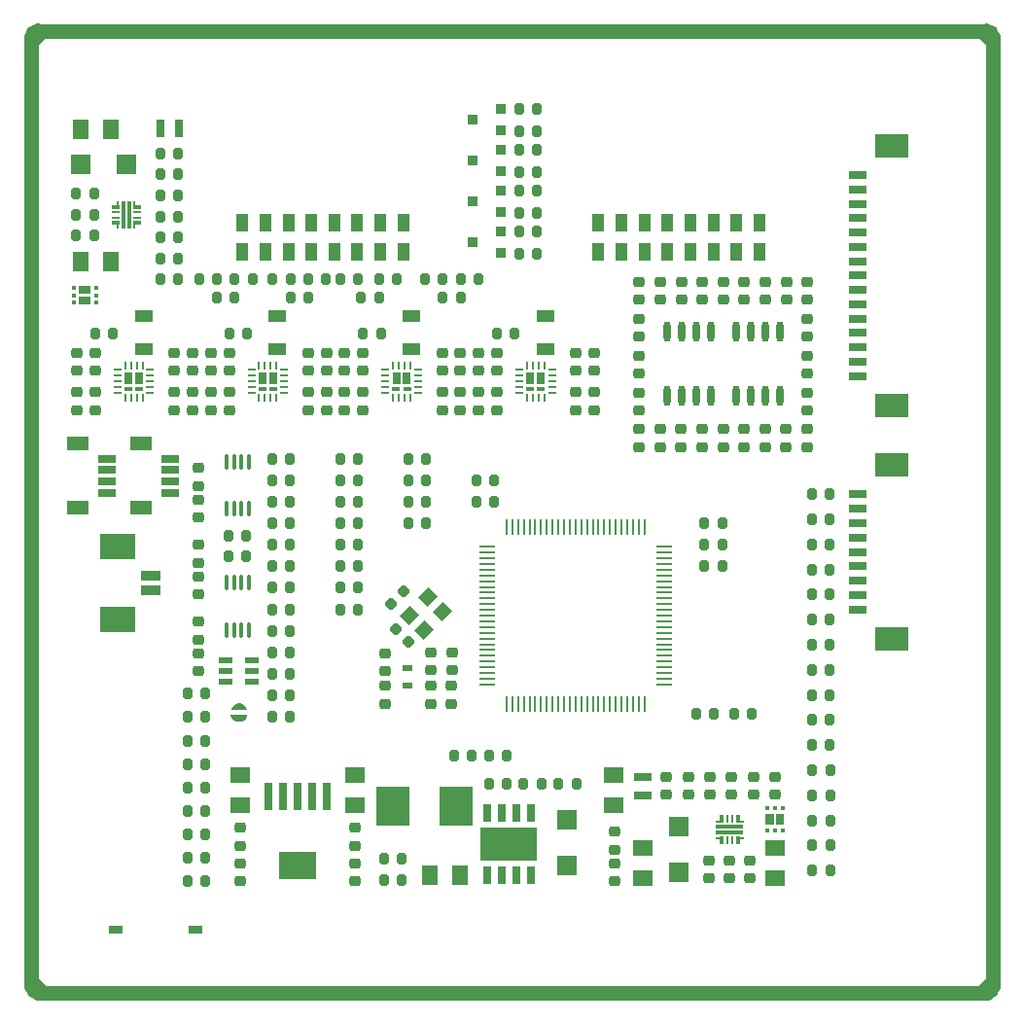
<source format=gtp>
G04*
G04 #@! TF.GenerationSoftware,Altium Limited,Altium Designer,24.1.2 (44)*
G04*
G04 Layer_Color=8421504*
%FSLAX44Y44*%
%MOMM*%
G71*
G04*
G04 #@! TF.SameCoordinates,C5CA14DC-6150-4B6A-9D33-17274D5F1B35*
G04*
G04*
G04 #@! TF.FilePolarity,Positive*
G04*
G01*
G75*
%ADD23C,1.2300*%
G04:AMPARAMS|DCode=24|XSize=1.55mm|YSize=0.6mm|CornerRadius=0.03mm|HoleSize=0mm|Usage=FLASHONLY|Rotation=270.000|XOffset=0mm|YOffset=0mm|HoleType=Round|Shape=RoundedRectangle|*
%AMROUNDEDRECTD24*
21,1,1.5500,0.5400,0,0,270.0*
21,1,1.4900,0.6000,0,0,270.0*
1,1,0.0600,-0.2700,-0.7450*
1,1,0.0600,-0.2700,0.7450*
1,1,0.0600,0.2700,0.7450*
1,1,0.0600,0.2700,-0.7450*
%
%ADD24ROUNDEDRECTD24*%
%ADD25R,4.9000X2.9500*%
%ADD26R,3.0000X2.1000*%
%ADD27R,1.6000X0.8000*%
%ADD28R,0.9500X0.9000*%
G04:AMPARAMS|DCode=29|XSize=1.1mm|YSize=1.3mm|CornerRadius=0mm|HoleSize=0mm|Usage=FLASHONLY|Rotation=135.000|XOffset=0mm|YOffset=0mm|HoleType=Round|Shape=Rectangle|*
%AMROTATEDRECTD29*
4,1,4,0.8485,0.0707,-0.0707,-0.8485,-0.8485,-0.0707,0.0707,0.8485,0.8485,0.0707,0.0*
%
%ADD29ROTATEDRECTD29*%

%ADD30R,1.5000X1.0000*%
%ADD31R,1.8000X1.4000*%
%ADD32R,1.4000X1.8000*%
G04:AMPARAMS|DCode=33|XSize=0.95mm|YSize=0.85mm|CornerRadius=0.2125mm|HoleSize=0mm|Usage=FLASHONLY|Rotation=180.000|XOffset=0mm|YOffset=0mm|HoleType=Round|Shape=RoundedRectangle|*
%AMROUNDEDRECTD33*
21,1,0.9500,0.4250,0,0,180.0*
21,1,0.5250,0.8500,0,0,180.0*
1,1,0.4250,-0.2625,0.2125*
1,1,0.4250,0.2625,0.2125*
1,1,0.4250,0.2625,-0.2125*
1,1,0.4250,-0.2625,-0.2125*
%
%ADD33ROUNDEDRECTD33*%
G04:AMPARAMS|DCode=34|XSize=0.95mm|YSize=0.85mm|CornerRadius=0.2125mm|HoleSize=0mm|Usage=FLASHONLY|Rotation=90.000|XOffset=0mm|YOffset=0mm|HoleType=Round|Shape=RoundedRectangle|*
%AMROUNDEDRECTD34*
21,1,0.9500,0.4250,0,0,90.0*
21,1,0.5250,0.8500,0,0,90.0*
1,1,0.4250,0.2125,0.2625*
1,1,0.4250,0.2125,-0.2625*
1,1,0.4250,-0.2125,-0.2625*
1,1,0.4250,-0.2125,0.2625*
%
%ADD34ROUNDEDRECTD34*%
G04:AMPARAMS|DCode=35|XSize=0.95mm|YSize=0.85mm|CornerRadius=0.2125mm|HoleSize=0mm|Usage=FLASHONLY|Rotation=315.000|XOffset=0mm|YOffset=0mm|HoleType=Round|Shape=RoundedRectangle|*
%AMROUNDEDRECTD35*
21,1,0.9500,0.4250,0,0,315.0*
21,1,0.5250,0.8500,0,0,315.0*
1,1,0.4250,0.0354,-0.3359*
1,1,0.4250,-0.3359,0.0354*
1,1,0.4250,-0.0354,0.3359*
1,1,0.4250,0.3359,-0.0354*
%
%ADD35ROUNDEDRECTD35*%
G04:AMPARAMS|DCode=36|XSize=0.95mm|YSize=0.85mm|CornerRadius=0.2125mm|HoleSize=0mm|Usage=FLASHONLY|Rotation=45.000|XOffset=0mm|YOffset=0mm|HoleType=Round|Shape=RoundedRectangle|*
%AMROUNDEDRECTD36*
21,1,0.9500,0.4250,0,0,45.0*
21,1,0.5250,0.8500,0,0,45.0*
1,1,0.4250,0.3359,0.0354*
1,1,0.4250,-0.0354,-0.3359*
1,1,0.4250,-0.3359,-0.0354*
1,1,0.4250,0.0354,0.3359*
%
%ADD36ROUNDEDRECTD36*%
%ADD37R,1.9050X1.2954*%
%ADD38R,1.5494X0.6604*%
%ADD39R,1.8000X1.8000*%
%ADD40R,1.8000X1.8000*%
%ADD41R,1.2000X0.6000*%
%ADD42R,1.0000X1.5000*%
%ADD43R,1.4732X0.2794*%
%ADD44R,0.2794X1.4732*%
%ADD45R,0.2500X0.6500*%
%ADD46R,0.3000X0.6500*%
%ADD47R,0.6500X0.2500*%
%ADD48R,2.4000X0.3000*%
%ADD49R,0.6500X0.3000*%
%ADD50R,0.3000X2.4000*%
%ADD51R,0.9000X0.6000*%
%ADD52R,1.7018X0.8128*%
%ADD53R,3.0988X2.2098*%
%ADD54R,0.3000X0.4500*%
%ADD55R,0.4500X0.3000*%
%ADD56R,2.9500X3.5000*%
%ADD57R,1.5000X0.7000*%
%ADD58R,1.5000X0.8000*%
%ADD59R,0.7000X1.5000*%
%ADD60R,0.8000X1.5000*%
%ADD61O,0.3500X1.4000*%
%ADD62R,0.6500X0.3000*%
%ADD63R,0.7000X1.0000*%
%ADD64R,0.6500X0.2286*%
%ADD65O,0.6000X1.8000*%
%ADD66R,1.2000X0.8000*%
G04:AMPARAMS|DCode=67|XSize=0.7mm|YSize=2.4mm|CornerRadius=0.049mm|HoleSize=0mm|Usage=FLASHONLY|Rotation=0.000|XOffset=0mm|YOffset=0mm|HoleType=Round|Shape=RoundedRectangle|*
%AMROUNDEDRECTD67*
21,1,0.7000,2.3020,0,0,0.0*
21,1,0.6020,2.4000,0,0,0.0*
1,1,0.0980,0.3010,-1.1510*
1,1,0.0980,-0.3010,-1.1510*
1,1,0.0980,-0.3010,1.1510*
1,1,0.0980,0.3010,1.1510*
%
%ADD67ROUNDEDRECTD67*%
G04:AMPARAMS|DCode=68|XSize=3.2mm|YSize=2.4mm|CornerRadius=0.048mm|HoleSize=0mm|Usage=FLASHONLY|Rotation=0.000|XOffset=0mm|YOffset=0mm|HoleType=Round|Shape=RoundedRectangle|*
%AMROUNDEDRECTD68*
21,1,3.2000,2.3040,0,0,0.0*
21,1,3.1040,2.4000,0,0,0.0*
1,1,0.0960,1.5520,-1.1520*
1,1,0.0960,-1.5520,-1.1520*
1,1,0.0960,-1.5520,1.1520*
1,1,0.0960,1.5520,1.1520*
%
%ADD68ROUNDEDRECTD68*%
G36*
X837997Y837997D02*
X837984Y830638D01*
X837837D01*
X830440Y838035D01*
X837959D01*
X837997Y837997D01*
D02*
G37*
G36*
X19362Y837984D02*
Y837837D01*
X11965Y830440D01*
Y837959D01*
X12003Y837997D01*
X19362Y837984D01*
D02*
G37*
G36*
X57484Y621488D02*
X57576Y621460D01*
X57661Y621415D01*
X57735Y621354D01*
X57796Y621279D01*
X57841Y621195D01*
X57869Y621103D01*
X57878Y621007D01*
Y614987D01*
X57869Y614892D01*
X57841Y614800D01*
X57796Y614715D01*
X57735Y614641D01*
X57661Y614580D01*
X57576Y614534D01*
X57484Y614507D01*
X57388Y614497D01*
X48368D01*
X48273Y614507D01*
X48181Y614534D01*
X48096Y614580D01*
X48022Y614641D01*
X47961Y614715D01*
X47916Y614800D01*
X47888Y614892D01*
X47878Y614987D01*
Y621007D01*
X47888Y621103D01*
X47916Y621195D01*
X47961Y621279D01*
X48022Y621354D01*
X48096Y621415D01*
X48181Y621460D01*
X48273Y621488D01*
X48368Y621497D01*
X57388D01*
X57484Y621488D01*
D02*
G37*
G36*
Y612488D02*
X57576Y612460D01*
X57661Y612415D01*
X57735Y612354D01*
X57796Y612279D01*
X57841Y612195D01*
X57869Y612103D01*
X57878Y612007D01*
Y605987D01*
X57869Y605892D01*
X57841Y605800D01*
X57796Y605715D01*
X57735Y605641D01*
X57661Y605580D01*
X57576Y605535D01*
X57484Y605507D01*
X57388Y605497D01*
X48368D01*
X48273Y605507D01*
X48181Y605535D01*
X48096Y605580D01*
X48022Y605641D01*
X47961Y605715D01*
X47916Y605800D01*
X47888Y605892D01*
X47878Y605987D01*
Y612007D01*
X47888Y612103D01*
X47916Y612195D01*
X47961Y612279D01*
X48022Y612354D01*
X48096Y612415D01*
X48181Y612460D01*
X48273Y612488D01*
X48368Y612497D01*
X57388D01*
X57484Y612488D01*
D02*
G37*
G36*
X188533Y257941D02*
X189523Y257663D01*
X190466Y257252D01*
X191344Y256716D01*
X192141Y256066D01*
X192841Y255312D01*
X193433Y254471D01*
X193903Y253556D01*
X194245Y252586D01*
X194348Y252082D01*
X179651Y252082D01*
Y252082D01*
X179754Y252586D01*
X180095Y253556D01*
X180566Y254471D01*
X181157Y255312D01*
X181857Y256066D01*
X182654Y256716D01*
X183532Y257252D01*
X184475Y257663D01*
X185466Y257941D01*
X186485Y258082D01*
X187514D01*
X188533Y257941D01*
D02*
G37*
G36*
X194351Y247922D02*
X194248Y247418D01*
X193907Y246447D01*
X193436Y245533D01*
X192845Y244691D01*
X192144Y243937D01*
X191347Y243287D01*
X190469Y242751D01*
X189526Y242340D01*
X188536Y242062D01*
X187517Y241922D01*
X186488D01*
X185469Y242062D01*
X184479Y242340D01*
X183536Y242751D01*
X182657Y243287D01*
X181861Y243937D01*
X181160Y244691D01*
X180569Y245533D01*
X180098Y246447D01*
X179757Y247418D01*
X179654Y247922D01*
X194351Y247922D01*
Y247922D01*
D02*
G37*
G36*
X661242Y162227D02*
X661333Y162199D01*
X661418Y162154D01*
X661492Y162093D01*
X661553Y162019D01*
X661599Y161934D01*
X661627Y161842D01*
X661636Y161747D01*
Y152727D01*
X661627Y152631D01*
X661599Y152539D01*
X661553Y152455D01*
X661492Y152380D01*
X661418Y152319D01*
X661333Y152274D01*
X661242Y152246D01*
X661146Y152237D01*
X655126D01*
X655030Y152246D01*
X654938Y152274D01*
X654854Y152319D01*
X654779Y152380D01*
X654718Y152455D01*
X654673Y152539D01*
X654645Y152631D01*
X654636Y152727D01*
Y161747D01*
X654645Y161842D01*
X654673Y161934D01*
X654718Y162019D01*
X654779Y162093D01*
X654854Y162154D01*
X654938Y162199D01*
X655030Y162227D01*
X655126Y162237D01*
X661146D01*
X661242Y162227D01*
D02*
G37*
G36*
X652242D02*
X652333Y162199D01*
X652418Y162154D01*
X652492Y162093D01*
X652553Y162019D01*
X652599Y161934D01*
X652626Y161842D01*
X652636Y161747D01*
Y152727D01*
X652626Y152631D01*
X652599Y152539D01*
X652553Y152455D01*
X652492Y152380D01*
X652418Y152319D01*
X652333Y152274D01*
X652242Y152246D01*
X652146Y152237D01*
X646126D01*
X646030Y152246D01*
X645938Y152274D01*
X645854Y152319D01*
X645779Y152380D01*
X645719Y152455D01*
X645673Y152539D01*
X645645Y152631D01*
X645636Y152727D01*
Y161747D01*
X645645Y161842D01*
X645673Y161934D01*
X645719Y162019D01*
X645779Y162093D01*
X645854Y162154D01*
X645938Y162199D01*
X646030Y162227D01*
X646126Y162237D01*
X652146D01*
X652242Y162227D01*
D02*
G37*
G36*
X437625Y122578D02*
X406625D01*
Y148578D01*
X437625D01*
Y122578D01*
D02*
G37*
G36*
X838035Y12041D02*
X837997Y12003D01*
X830638Y12016D01*
Y12163D01*
X838035Y19560D01*
Y12041D01*
D02*
G37*
G36*
X19560Y11965D02*
X12041D01*
X12003Y12003D01*
X12016Y19362D01*
X12163D01*
X19560Y11965D01*
D02*
G37*
D23*
X843653Y837997D02*
G03*
X838020Y843646I-5650J0D01*
G01*
X838003Y6347D02*
G03*
X843653Y11984I0J5650D01*
G01*
X6353Y11997D02*
G03*
X11991Y6347I5650J0D01*
G01*
X12003Y843647D02*
G03*
X6353Y838009I0J-5650D01*
G01*
X843653Y706779D02*
Y837971D01*
X843653Y696779D02*
X843653Y706779D01*
X843653Y426780D02*
Y696779D01*
X843653Y416780D02*
X843653Y426780D01*
X843653Y156780D02*
Y416780D01*
X843653Y146780D02*
X843653Y156780D01*
X843653Y11997D02*
Y146780D01*
X700857Y6347D02*
X833882D01*
X690857Y6347D02*
X700857Y6347D01*
X430857Y6347D02*
X690857D01*
X706321Y843646D02*
X838003D01*
X696321Y843646D02*
X706321Y843646D01*
X426322Y843646D02*
X696321D01*
X416322Y843647D02*
X426322Y843646D01*
X156323Y843647D02*
X416322D01*
X146323Y843647D02*
X156323Y843647D01*
X12021Y843647D02*
X146323D01*
X420857Y6347D02*
X430857Y6347D01*
X140858Y6347D02*
X150858Y6347D01*
X420857D01*
X12003Y6347D02*
X140858D01*
X6353Y705502D02*
Y837997D01*
X6353Y695502D02*
X6353Y705502D01*
X6353Y425503D02*
Y695502D01*
X6353Y415503D02*
X6353Y425503D01*
X6353Y155503D02*
Y415503D01*
X6353Y145503D02*
X6353Y155503D01*
X6353Y12022D02*
Y145503D01*
X833882Y6347D02*
X837978D01*
D24*
X441175Y162578D02*
D03*
X428475D02*
D03*
X415775D02*
D03*
X403075D02*
D03*
Y108578D02*
D03*
X415775D02*
D03*
X428475D02*
D03*
X441175D02*
D03*
D25*
X422125Y135578D02*
D03*
D26*
X755000Y517600D02*
D03*
Y743600D02*
D03*
Y465500D02*
D03*
Y314500D02*
D03*
D27*
X726000Y718100D02*
D03*
Y705600D02*
D03*
Y693100D02*
D03*
Y680600D02*
D03*
Y668100D02*
D03*
Y655600D02*
D03*
Y643100D02*
D03*
Y630600D02*
D03*
Y618100D02*
D03*
Y605600D02*
D03*
Y593100D02*
D03*
Y580600D02*
D03*
Y568100D02*
D03*
Y555600D02*
D03*
Y543100D02*
D03*
Y340000D02*
D03*
Y352500D02*
D03*
Y365000D02*
D03*
Y377500D02*
D03*
Y390000D02*
D03*
Y402500D02*
D03*
Y415000D02*
D03*
Y427500D02*
D03*
Y440000D02*
D03*
D28*
X415084Y756818D02*
D03*
X390084Y766318D02*
D03*
X415084Y775818D02*
D03*
Y721258D02*
D03*
X390084Y730758D02*
D03*
X415084Y740258D02*
D03*
Y685698D02*
D03*
X390084Y695198D02*
D03*
X415084Y704698D02*
D03*
Y650138D02*
D03*
X390084Y659638D02*
D03*
X415084Y669138D02*
D03*
D29*
X335031Y334344D02*
D03*
X351294Y350608D02*
D03*
X364022Y337880D02*
D03*
X347758Y321616D02*
D03*
D30*
X104000Y566527D02*
D03*
Y594990D02*
D03*
X220568Y566527D02*
D03*
Y594990D02*
D03*
X337137Y566527D02*
D03*
Y594990D02*
D03*
X453705Y566527D02*
D03*
Y594990D02*
D03*
D31*
X653636Y106258D02*
D03*
Y132258D02*
D03*
X538808Y106258D02*
D03*
Y132258D02*
D03*
X513198Y195360D02*
D03*
Y169360D02*
D03*
X287616Y195595D02*
D03*
Y169596D02*
D03*
X187794Y195595D02*
D03*
Y169596D02*
D03*
D32*
X379060Y108576D02*
D03*
X353060D02*
D03*
X49144Y642448D02*
D03*
X75144D02*
D03*
X49461Y757548D02*
D03*
X75461D02*
D03*
D33*
X634762Y194091D02*
D03*
Y178591D02*
D03*
X653636Y178591D02*
D03*
Y194091D02*
D03*
X578141Y178591D02*
D03*
Y194091D02*
D03*
X559267Y194091D02*
D03*
Y178591D02*
D03*
X615888Y194091D02*
D03*
Y178591D02*
D03*
X613953Y105953D02*
D03*
Y121453D02*
D03*
X535419Y481200D02*
D03*
Y496700D02*
D03*
X553740Y624970D02*
D03*
Y609470D02*
D03*
X571998Y496700D02*
D03*
Y481200D02*
D03*
X608702Y609470D02*
D03*
Y624970D02*
D03*
X590381Y609470D02*
D03*
Y624970D02*
D03*
X553708Y496700D02*
D03*
Y481200D02*
D03*
X663445Y481200D02*
D03*
Y496700D02*
D03*
X681984Y624970D02*
D03*
Y609470D02*
D03*
X626866Y496700D02*
D03*
Y481200D02*
D03*
X645343Y609470D02*
D03*
Y624970D02*
D03*
X627022Y609470D02*
D03*
Y624970D02*
D03*
X645155Y496700D02*
D03*
Y481200D02*
D03*
X597015Y178591D02*
D03*
Y194091D02*
D03*
X596169Y121453D02*
D03*
Y105953D02*
D03*
X631487Y121453D02*
D03*
Y105953D02*
D03*
X514452Y146403D02*
D03*
Y130903D02*
D03*
Y118492D02*
D03*
Y102992D02*
D03*
X287614Y149606D02*
D03*
Y134106D02*
D03*
X187792Y149606D02*
D03*
Y134106D02*
D03*
X287614Y118492D02*
D03*
Y102992D02*
D03*
X187792Y118492D02*
D03*
Y102992D02*
D03*
X45778Y547585D02*
D03*
Y563085D02*
D03*
X146691Y547585D02*
D03*
Y563085D02*
D03*
X61780Y547585D02*
D03*
Y563085D02*
D03*
X130863Y547585D02*
D03*
Y563085D02*
D03*
X162520Y547585D02*
D03*
Y563085D02*
D03*
X263260Y547585D02*
D03*
Y563085D02*
D03*
X178349Y547585D02*
D03*
Y563085D02*
D03*
X247431Y547585D02*
D03*
Y563085D02*
D03*
X61780Y528903D02*
D03*
Y513402D02*
D03*
X178349Y528903D02*
D03*
Y513402D02*
D03*
X45778D02*
D03*
Y528903D02*
D03*
X162520Y513402D02*
D03*
Y528903D02*
D03*
X146691D02*
D03*
Y513402D02*
D03*
X263260Y528903D02*
D03*
Y513402D02*
D03*
X130863Y528903D02*
D03*
Y513402D02*
D03*
X247431Y528903D02*
D03*
Y513402D02*
D03*
X279088Y547585D02*
D03*
Y563085D02*
D03*
X379828Y547585D02*
D03*
Y563085D02*
D03*
X294917Y547585D02*
D03*
Y563085D02*
D03*
X363999Y547585D02*
D03*
Y563085D02*
D03*
X395657Y547585D02*
D03*
Y563085D02*
D03*
X496316Y547585D02*
D03*
Y563085D02*
D03*
X411486Y547585D02*
D03*
Y563085D02*
D03*
X480568Y547585D02*
D03*
Y563085D02*
D03*
X294917Y528903D02*
D03*
Y513402D02*
D03*
X411486Y528903D02*
D03*
Y513402D02*
D03*
X279088D02*
D03*
Y528903D02*
D03*
X395657Y513402D02*
D03*
Y528903D02*
D03*
X496316D02*
D03*
Y513402D02*
D03*
X379828Y528903D02*
D03*
Y513402D02*
D03*
X363999Y528903D02*
D03*
Y513402D02*
D03*
X480568Y528903D02*
D03*
Y513402D02*
D03*
X535544Y577402D02*
D03*
Y592902D02*
D03*
X535544Y560835D02*
D03*
Y545335D02*
D03*
X535544Y609470D02*
D03*
Y624970D02*
D03*
X535544Y528768D02*
D03*
Y513268D02*
D03*
X590412Y496700D02*
D03*
Y481200D02*
D03*
X572185Y609470D02*
D03*
Y624970D02*
D03*
X681860Y545335D02*
D03*
Y560835D02*
D03*
X681860Y528768D02*
D03*
Y513268D02*
D03*
X681860Y577402D02*
D03*
Y592902D02*
D03*
X681860Y496700D02*
D03*
Y481200D02*
D03*
X608702Y496700D02*
D03*
Y481200D02*
D03*
X663789Y609470D02*
D03*
Y624970D02*
D03*
X151311Y462930D02*
D03*
Y447430D02*
D03*
Y395993D02*
D03*
Y380493D02*
D03*
Y435461D02*
D03*
Y419961D02*
D03*
Y368524D02*
D03*
Y353024D02*
D03*
X151943Y329055D02*
D03*
Y313555D02*
D03*
Y301586D02*
D03*
Y286087D02*
D03*
X353822Y302250D02*
D03*
Y286750D02*
D03*
X372364Y302250D02*
D03*
Y286750D02*
D03*
X314452Y257674D02*
D03*
Y273174D02*
D03*
X353822D02*
D03*
Y257674D02*
D03*
X372110Y273174D02*
D03*
Y257674D02*
D03*
X314452Y286122D02*
D03*
Y301622D02*
D03*
D34*
X701750Y134342D02*
D03*
X686250D02*
D03*
X434830Y188458D02*
D03*
X450330D02*
D03*
X404485D02*
D03*
X419985D02*
D03*
X118726Y682041D02*
D03*
X134226D02*
D03*
X118726Y645433D02*
D03*
X134226D02*
D03*
X118726Y718649D02*
D03*
X134226D02*
D03*
X134226Y736953D02*
D03*
X118726D02*
D03*
X134226Y627130D02*
D03*
X118726D02*
D03*
X134226Y663737D02*
D03*
X118726D02*
D03*
X45204Y683373D02*
D03*
X60704D02*
D03*
X275280Y414875D02*
D03*
X290780D02*
D03*
X275280Y433755D02*
D03*
X290780D02*
D03*
X275280Y396265D02*
D03*
X290780D02*
D03*
X275280Y377520D02*
D03*
X290780D02*
D03*
X275280Y452500D02*
D03*
X290780D02*
D03*
X275280Y358775D02*
D03*
X290780D02*
D03*
X275280Y340030D02*
D03*
X290780D02*
D03*
X393750Y452500D02*
D03*
X409250D02*
D03*
X430924Y756564D02*
D03*
X446424D02*
D03*
X430924Y721004D02*
D03*
X446424D02*
D03*
X430924Y685444D02*
D03*
X446424D02*
D03*
X430924Y649884D02*
D03*
X446424D02*
D03*
X430924Y775564D02*
D03*
X446424D02*
D03*
X430924Y740004D02*
D03*
X446424D02*
D03*
X430924Y704444D02*
D03*
X446424D02*
D03*
X430924Y668884D02*
D03*
X446424D02*
D03*
X193170Y403860D02*
D03*
X177670D02*
D03*
X193170Y386493D02*
D03*
X177670D02*
D03*
X216131Y433671D02*
D03*
X231631D02*
D03*
X216131Y414926D02*
D03*
X231631D02*
D03*
X216131Y377436D02*
D03*
X231631D02*
D03*
X216131Y396181D02*
D03*
X231631D02*
D03*
X216131Y452417D02*
D03*
X231631D02*
D03*
X216131Y321201D02*
D03*
X231631D02*
D03*
X231631Y471162D02*
D03*
X216131D02*
D03*
X216131Y302456D02*
D03*
X231631D02*
D03*
X216131Y358691D02*
D03*
X231631D02*
D03*
X231631Y339946D02*
D03*
X216131D02*
D03*
X231631Y283711D02*
D03*
X216131D02*
D03*
X231631Y264966D02*
D03*
X216131D02*
D03*
X231631Y246221D02*
D03*
X216131D02*
D03*
X157610D02*
D03*
X142110D02*
D03*
X157610Y266700D02*
D03*
X142110D02*
D03*
X157610Y123346D02*
D03*
X142110D02*
D03*
X142110Y164304D02*
D03*
X157610D02*
D03*
X142110Y143825D02*
D03*
X157610D02*
D03*
X142110Y225742D02*
D03*
X157610D02*
D03*
X142110Y205263D02*
D03*
X157610D02*
D03*
X142110Y184783D02*
D03*
X157610D02*
D03*
X349928Y415010D02*
D03*
X334428D02*
D03*
X349928Y433755D02*
D03*
X334428D02*
D03*
X349928Y452500D02*
D03*
X334428D02*
D03*
X349928Y471245D02*
D03*
X334428D02*
D03*
X686250Y156185D02*
D03*
X701750D02*
D03*
X701345Y221712D02*
D03*
X685845D02*
D03*
X686250Y178027D02*
D03*
X701750D02*
D03*
X701750Y112500D02*
D03*
X686250D02*
D03*
X686250Y199870D02*
D03*
X701750D02*
D03*
X701345Y287240D02*
D03*
X685845D02*
D03*
X685845Y243555D02*
D03*
X701345D02*
D03*
X685845Y265397D02*
D03*
X701345D02*
D03*
X685845Y309083D02*
D03*
X701345D02*
D03*
X685845Y330925D02*
D03*
X701345D02*
D03*
X685845Y352767D02*
D03*
X701345D02*
D03*
X685845Y374610D02*
D03*
X701345D02*
D03*
X685845Y396452D02*
D03*
X701345D02*
D03*
X685845Y418295D02*
D03*
X701345D02*
D03*
X118726Y700345D02*
D03*
X134226D02*
D03*
X275280Y471245D02*
D03*
X290780D02*
D03*
X685845Y440137D02*
D03*
X701345D02*
D03*
X465175Y188458D02*
D03*
X480675D02*
D03*
X328965Y122500D02*
D03*
X313465D02*
D03*
X313138Y104117D02*
D03*
X328638D02*
D03*
X60836Y701802D02*
D03*
X45336D02*
D03*
X60704Y665194D02*
D03*
X45204D02*
D03*
X77546Y580255D02*
D03*
X62046D02*
D03*
X167762Y627122D02*
D03*
X152262D02*
D03*
X194115Y580255D02*
D03*
X178615D02*
D03*
X231903Y627122D02*
D03*
X216403D02*
D03*
X231903Y611124D02*
D03*
X247403D02*
D03*
X167762D02*
D03*
X183262D02*
D03*
Y627122D02*
D03*
X198762D02*
D03*
X247403D02*
D03*
X262903D02*
D03*
X310683Y580255D02*
D03*
X295183D02*
D03*
X275308Y627122D02*
D03*
X290808D02*
D03*
X427252Y580255D02*
D03*
X411752D02*
D03*
X364467Y627122D02*
D03*
X348967D02*
D03*
X293359Y611124D02*
D03*
X308859D02*
D03*
X364467D02*
D03*
X379967D02*
D03*
X308859Y627122D02*
D03*
X324359D02*
D03*
X379967D02*
D03*
X395467D02*
D03*
X592250Y415000D02*
D03*
X607750D02*
D03*
X393576Y433755D02*
D03*
X409076D02*
D03*
X607750Y396322D02*
D03*
X592250D02*
D03*
X584750Y248970D02*
D03*
X600250D02*
D03*
X419985Y212500D02*
D03*
X404485D02*
D03*
X618039Y248970D02*
D03*
X633539D02*
D03*
X389993Y212500D02*
D03*
X374493D02*
D03*
X157610Y102992D02*
D03*
X142110D02*
D03*
X592250Y377645D02*
D03*
X607750D02*
D03*
D35*
X319247Y344932D02*
D03*
X330207Y355892D02*
D03*
D36*
X334296Y311537D02*
D03*
X323336Y322497D02*
D03*
D37*
X101682Y484180D02*
D03*
Y428180D02*
D03*
X46412Y484180D02*
D03*
Y428180D02*
D03*
D38*
X127482Y471180D02*
D03*
Y461180D02*
D03*
Y451180D02*
D03*
Y441180D02*
D03*
X72212Y471180D02*
D03*
Y461180D02*
D03*
Y451180D02*
D03*
Y441180D02*
D03*
D39*
X570255Y150962D02*
D03*
Y110962D02*
D03*
X472159Y117101D02*
D03*
Y157102D02*
D03*
D40*
X89342Y727453D02*
D03*
X49342D02*
D03*
D41*
X175315Y295586D02*
D03*
Y286086D02*
D03*
Y276586D02*
D03*
X198315D02*
D03*
Y286086D02*
D03*
Y295586D02*
D03*
D42*
X190000Y651500D02*
D03*
Y676500D02*
D03*
X210000Y651500D02*
D03*
Y676500D02*
D03*
X230000Y651500D02*
D03*
Y676500D02*
D03*
X250000Y651500D02*
D03*
Y676500D02*
D03*
X270000Y651500D02*
D03*
Y676500D02*
D03*
X290000Y651500D02*
D03*
Y676500D02*
D03*
X310000Y651500D02*
D03*
Y676500D02*
D03*
X330000Y651500D02*
D03*
Y676500D02*
D03*
X500000Y651500D02*
D03*
Y676500D02*
D03*
X520000Y651500D02*
D03*
Y676500D02*
D03*
X540000Y651500D02*
D03*
Y676500D02*
D03*
X560000Y651500D02*
D03*
Y676500D02*
D03*
X580000Y651500D02*
D03*
Y676500D02*
D03*
X600000Y651500D02*
D03*
Y676500D02*
D03*
X620000Y651500D02*
D03*
Y676500D02*
D03*
X640000Y651500D02*
D03*
Y676500D02*
D03*
D43*
X402784Y394500D02*
D03*
Y389500D02*
D03*
Y384500D02*
D03*
Y379500D02*
D03*
Y374500D02*
D03*
Y369500D02*
D03*
Y364500D02*
D03*
Y359500D02*
D03*
Y354500D02*
D03*
Y349500D02*
D03*
Y344500D02*
D03*
Y339500D02*
D03*
Y334500D02*
D03*
Y329500D02*
D03*
Y324500D02*
D03*
Y319500D02*
D03*
Y314500D02*
D03*
Y309500D02*
D03*
Y304500D02*
D03*
Y299500D02*
D03*
Y294500D02*
D03*
Y289500D02*
D03*
Y284500D02*
D03*
Y279500D02*
D03*
Y274500D02*
D03*
X557216D02*
D03*
Y279500D02*
D03*
Y284500D02*
D03*
Y289500D02*
D03*
Y294500D02*
D03*
Y299500D02*
D03*
Y304500D02*
D03*
Y309500D02*
D03*
Y314500D02*
D03*
Y319500D02*
D03*
Y324500D02*
D03*
Y329500D02*
D03*
Y334500D02*
D03*
Y339500D02*
D03*
Y344500D02*
D03*
Y349500D02*
D03*
Y354500D02*
D03*
Y359500D02*
D03*
Y364500D02*
D03*
Y369500D02*
D03*
Y374500D02*
D03*
Y379500D02*
D03*
Y384500D02*
D03*
Y389500D02*
D03*
Y394500D02*
D03*
D44*
X420000Y257284D02*
D03*
X425000D02*
D03*
X430000D02*
D03*
X435000D02*
D03*
X440000D02*
D03*
X445000D02*
D03*
X450000D02*
D03*
X455000D02*
D03*
X460000D02*
D03*
X465000D02*
D03*
X470000D02*
D03*
X475000D02*
D03*
X480000D02*
D03*
X485000D02*
D03*
X490000D02*
D03*
X495000D02*
D03*
X500000D02*
D03*
X505000D02*
D03*
X510000D02*
D03*
X515000D02*
D03*
X520000D02*
D03*
X525000D02*
D03*
X530000D02*
D03*
X535000D02*
D03*
X540000D02*
D03*
Y411716D02*
D03*
X535000D02*
D03*
X530000D02*
D03*
X525000D02*
D03*
X520000D02*
D03*
X515000D02*
D03*
X510000D02*
D03*
X505000D02*
D03*
X500000D02*
D03*
X495000D02*
D03*
X490000D02*
D03*
X485000D02*
D03*
X480000D02*
D03*
X475000D02*
D03*
X470000D02*
D03*
X465000D02*
D03*
X460000D02*
D03*
X455000D02*
D03*
X450000D02*
D03*
X445000D02*
D03*
X440000D02*
D03*
X435000D02*
D03*
X430000D02*
D03*
X425000D02*
D03*
X420000D02*
D03*
D45*
X616447Y157187D02*
D03*
X611955Y157217D02*
D03*
X616447Y138717D02*
D03*
X611955D02*
D03*
X96169Y674510D02*
D03*
X81699D02*
D03*
X81699Y692010D02*
D03*
X96199D02*
D03*
X88001Y552437D02*
D03*
Y524237D02*
D03*
X93001D02*
D03*
X98001D02*
D03*
X103001D02*
D03*
X93001Y552437D02*
D03*
X98001D02*
D03*
X103001D02*
D03*
X204570D02*
D03*
Y524237D02*
D03*
X209570D02*
D03*
X214570D02*
D03*
X219570D02*
D03*
X209570Y552437D02*
D03*
X214570D02*
D03*
X219570D02*
D03*
X321138D02*
D03*
Y524237D02*
D03*
X326138D02*
D03*
X331138D02*
D03*
X336138D02*
D03*
X326138Y552437D02*
D03*
X331138D02*
D03*
X336138D02*
D03*
X437707D02*
D03*
Y524237D02*
D03*
X442707D02*
D03*
X447707D02*
D03*
X452707D02*
D03*
X442707Y552437D02*
D03*
X447707D02*
D03*
X452707D02*
D03*
D46*
X621203Y157188D02*
D03*
X607203Y138717D02*
D03*
Y157217D02*
D03*
X621203Y138717D02*
D03*
D47*
X622953Y155188D02*
D03*
Y140717D02*
D03*
X605453Y140717D02*
D03*
Y155217D02*
D03*
X98169Y681016D02*
D03*
X98199Y685508D02*
D03*
X79699Y681016D02*
D03*
Y685508D02*
D03*
X81251Y528337D02*
D03*
Y533337D02*
D03*
Y543337D02*
D03*
Y548337D02*
D03*
X109752D02*
D03*
Y543337D02*
D03*
Y538337D02*
D03*
Y533337D02*
D03*
Y528337D02*
D03*
X197820D02*
D03*
Y533337D02*
D03*
Y543337D02*
D03*
Y548337D02*
D03*
X226320D02*
D03*
Y543337D02*
D03*
Y538337D02*
D03*
Y533337D02*
D03*
Y528337D02*
D03*
X314389D02*
D03*
Y533337D02*
D03*
Y543337D02*
D03*
Y548337D02*
D03*
X342888D02*
D03*
Y543337D02*
D03*
Y538337D02*
D03*
Y533337D02*
D03*
Y528337D02*
D03*
X430957D02*
D03*
Y533337D02*
D03*
Y543337D02*
D03*
Y548337D02*
D03*
X459457D02*
D03*
Y543337D02*
D03*
Y538337D02*
D03*
Y533337D02*
D03*
Y528337D02*
D03*
D48*
X614214Y145458D02*
D03*
X614203Y150458D02*
D03*
D49*
X98169Y676260D02*
D03*
X79699Y690260D02*
D03*
X98199D02*
D03*
X79699Y676260D02*
D03*
D50*
X86440Y683249D02*
D03*
X91440Y683260D02*
D03*
D51*
X334010Y289172D02*
D03*
Y273172D02*
D03*
D52*
X110325Y369470D02*
D03*
Y356970D02*
D03*
D53*
X81325Y394970D02*
D03*
Y331470D02*
D03*
D54*
X660136Y147487D02*
D03*
X653636D02*
D03*
X647136D02*
D03*
Y166987D02*
D03*
X653636D02*
D03*
X660136D02*
D03*
D55*
X62628Y619997D02*
D03*
Y613497D02*
D03*
Y606997D02*
D03*
X43128D02*
D03*
Y613497D02*
D03*
Y619997D02*
D03*
D56*
X321215Y168676D02*
D03*
X375715D02*
D03*
D57*
X538230Y177699D02*
D03*
D58*
Y193699D02*
D03*
D59*
X118675Y758807D02*
D03*
D60*
X134675D02*
D03*
D61*
X195806Y468524D02*
D03*
X189306D02*
D03*
X182806D02*
D03*
X176306D02*
D03*
X195806Y427524D02*
D03*
X189306D02*
D03*
X182806D02*
D03*
X176306D02*
D03*
X195806Y362999D02*
D03*
X189306D02*
D03*
X182806D02*
D03*
X176306D02*
D03*
X195806Y321999D02*
D03*
X189306D02*
D03*
X182806D02*
D03*
X176306D02*
D03*
D62*
X90752Y531834D02*
D03*
X100252D02*
D03*
X207320D02*
D03*
X216820D02*
D03*
X323889D02*
D03*
X333388D02*
D03*
X440457D02*
D03*
X449957D02*
D03*
D63*
X91002Y541337D02*
D03*
X100001D02*
D03*
X207570D02*
D03*
X216570D02*
D03*
X324138D02*
D03*
X333139D02*
D03*
X440707D02*
D03*
X449707D02*
D03*
D64*
X81251Y538337D02*
D03*
X197820D02*
D03*
X314389D02*
D03*
X430957D02*
D03*
D65*
X598170Y582065D02*
D03*
X585470D02*
D03*
X572770D02*
D03*
X560070D02*
D03*
X598170Y525565D02*
D03*
X585470D02*
D03*
X572770D02*
D03*
X560070D02*
D03*
X619760Y525565D02*
D03*
X632460D02*
D03*
X645160D02*
D03*
X657860D02*
D03*
X619760Y582065D02*
D03*
X632460D02*
D03*
X645160D02*
D03*
X657860D02*
D03*
D66*
X149300Y60960D02*
D03*
X79300D02*
D03*
D67*
X263228Y177182D02*
D03*
X250528D02*
D03*
X237828D02*
D03*
X225128D02*
D03*
X212428D02*
D03*
D68*
X237828Y116682D02*
D03*
M02*

</source>
